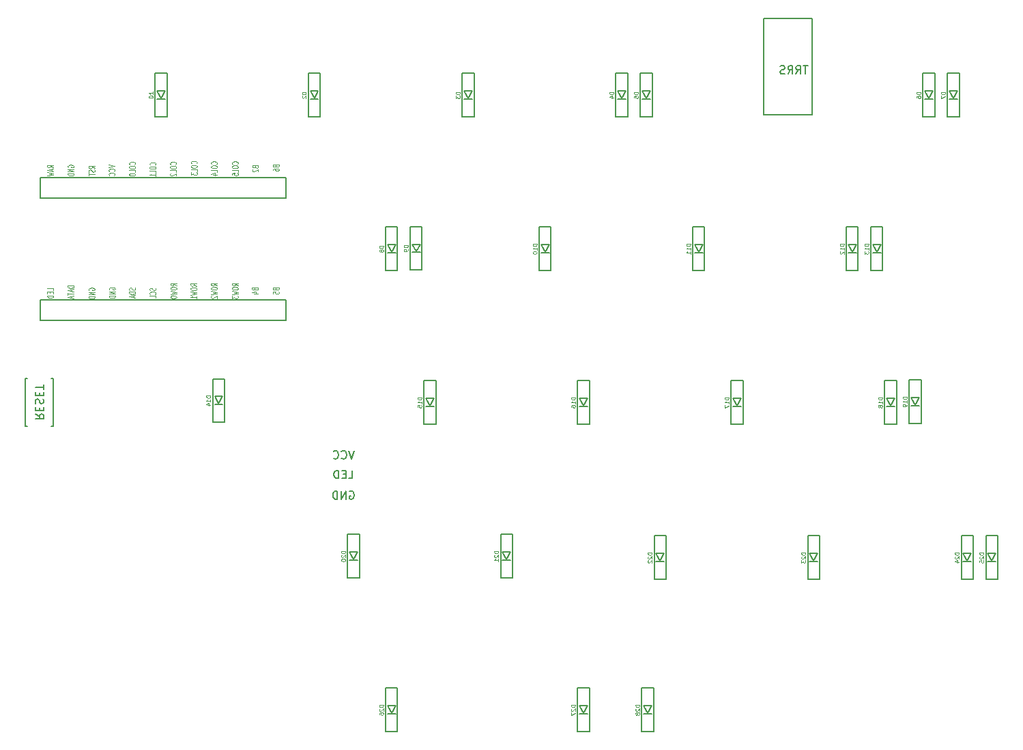
<source format=gbo>
G04 #@! TF.GenerationSoftware,KiCad,Pcbnew,(5.1.5-0-10_14)*
G04 #@! TF.CreationDate,2020-08-12T23:03:47+09:00*
G04 #@! TF.ProjectId,iroha60-left,69726f68-6136-4302-9d6c-6566742e6b69,rev?*
G04 #@! TF.SameCoordinates,Original*
G04 #@! TF.FileFunction,Legend,Bot*
G04 #@! TF.FilePolarity,Positive*
%FSLAX46Y46*%
G04 Gerber Fmt 4.6, Leading zero omitted, Abs format (unit mm)*
G04 Created by KiCad (PCBNEW (5.1.5-0-10_14)) date 2020-08-12 23:03:47*
%MOMM*%
%LPD*%
G04 APERTURE LIST*
%ADD10C,0.150000*%
%ADD11C,0.125000*%
G04 APERTURE END LIST*
D10*
X37960000Y-25240000D02*
X36460000Y-25240000D01*
X37960000Y-30640000D02*
X37960000Y-25240000D01*
X36460000Y-30640000D02*
X37960000Y-30640000D01*
X36460000Y-25240000D02*
X36460000Y-30640000D01*
X36710000Y-28440000D02*
X37710000Y-28440000D01*
X37710000Y-27440000D02*
X37210000Y-28340000D01*
X36710000Y-27440000D02*
X37710000Y-27440000D01*
X37210000Y-28340000D02*
X36710000Y-27440000D01*
X56960000Y-25240000D02*
X55460000Y-25240000D01*
X56960000Y-30640000D02*
X56960000Y-25240000D01*
X55460000Y-30640000D02*
X56960000Y-30640000D01*
X55460000Y-25240000D02*
X55460000Y-30640000D01*
X55710000Y-28440000D02*
X56710000Y-28440000D01*
X56710000Y-27440000D02*
X56210000Y-28340000D01*
X55710000Y-27440000D02*
X56710000Y-27440000D01*
X56210000Y-28340000D02*
X55710000Y-27440000D01*
X76060000Y-25240000D02*
X74560000Y-25240000D01*
X76060000Y-30640000D02*
X76060000Y-25240000D01*
X74560000Y-30640000D02*
X76060000Y-30640000D01*
X74560000Y-25240000D02*
X74560000Y-30640000D01*
X74810000Y-28440000D02*
X75810000Y-28440000D01*
X75810000Y-27440000D02*
X75310000Y-28340000D01*
X74810000Y-27440000D02*
X75810000Y-27440000D01*
X75310000Y-28340000D02*
X74810000Y-27440000D01*
X95110000Y-25240000D02*
X93610000Y-25240000D01*
X95110000Y-30640000D02*
X95110000Y-25240000D01*
X93610000Y-30640000D02*
X95110000Y-30640000D01*
X93610000Y-25240000D02*
X93610000Y-30640000D01*
X93860000Y-28440000D02*
X94860000Y-28440000D01*
X94860000Y-27440000D02*
X94360000Y-28340000D01*
X93860000Y-27440000D02*
X94860000Y-27440000D01*
X94360000Y-28340000D02*
X93860000Y-27440000D01*
X98160000Y-25240000D02*
X96660000Y-25240000D01*
X98160000Y-30640000D02*
X98160000Y-25240000D01*
X96660000Y-30640000D02*
X98160000Y-30640000D01*
X96660000Y-25240000D02*
X96660000Y-30640000D01*
X96910000Y-28440000D02*
X97910000Y-28440000D01*
X97910000Y-27440000D02*
X97410000Y-28340000D01*
X96910000Y-27440000D02*
X97910000Y-27440000D01*
X97410000Y-28340000D02*
X96910000Y-27440000D01*
X133210000Y-25240000D02*
X131710000Y-25240000D01*
X133210000Y-30640000D02*
X133210000Y-25240000D01*
X131710000Y-30640000D02*
X133210000Y-30640000D01*
X131710000Y-25240000D02*
X131710000Y-30640000D01*
X131960000Y-28440000D02*
X132960000Y-28440000D01*
X132960000Y-27440000D02*
X132460000Y-28340000D01*
X131960000Y-27440000D02*
X132960000Y-27440000D01*
X132460000Y-28340000D02*
X131960000Y-27440000D01*
X136260000Y-25240000D02*
X134760000Y-25240000D01*
X136260000Y-30640000D02*
X136260000Y-25240000D01*
X134760000Y-30640000D02*
X136260000Y-30640000D01*
X134760000Y-25240000D02*
X134760000Y-30640000D01*
X135010000Y-28440000D02*
X136010000Y-28440000D01*
X136010000Y-27440000D02*
X135510000Y-28340000D01*
X135010000Y-27440000D02*
X136010000Y-27440000D01*
X135510000Y-28340000D02*
X135010000Y-27440000D01*
X65785000Y-47390000D02*
X65285000Y-46490000D01*
X65285000Y-46490000D02*
X66285000Y-46490000D01*
X66285000Y-46490000D02*
X65785000Y-47390000D01*
X65285000Y-47490000D02*
X66285000Y-47490000D01*
X65035000Y-44290000D02*
X65035000Y-49690000D01*
X65035000Y-49690000D02*
X66535000Y-49690000D01*
X66535000Y-49690000D02*
X66535000Y-44290000D01*
X66535000Y-44290000D02*
X65035000Y-44290000D01*
X68835000Y-47340000D02*
X68335000Y-46440000D01*
X68335000Y-46440000D02*
X69335000Y-46440000D01*
X69335000Y-46440000D02*
X68835000Y-47340000D01*
X68335000Y-47440000D02*
X69335000Y-47440000D01*
X68085000Y-44240000D02*
X68085000Y-49640000D01*
X68085000Y-49640000D02*
X69585000Y-49640000D01*
X69585000Y-49640000D02*
X69585000Y-44240000D01*
X69585000Y-44240000D02*
X68085000Y-44240000D01*
X84835000Y-47390000D02*
X84335000Y-46490000D01*
X84335000Y-46490000D02*
X85335000Y-46490000D01*
X85335000Y-46490000D02*
X84835000Y-47390000D01*
X84335000Y-47490000D02*
X85335000Y-47490000D01*
X84085000Y-44290000D02*
X84085000Y-49690000D01*
X84085000Y-49690000D02*
X85585000Y-49690000D01*
X85585000Y-49690000D02*
X85585000Y-44290000D01*
X85585000Y-44290000D02*
X84085000Y-44290000D01*
X103885000Y-47390000D02*
X103385000Y-46490000D01*
X103385000Y-46490000D02*
X104385000Y-46490000D01*
X104385000Y-46490000D02*
X103885000Y-47390000D01*
X103385000Y-47490000D02*
X104385000Y-47490000D01*
X103135000Y-44290000D02*
X103135000Y-49690000D01*
X103135000Y-49690000D02*
X104635000Y-49690000D01*
X104635000Y-49690000D02*
X104635000Y-44290000D01*
X104635000Y-44290000D02*
X103135000Y-44290000D01*
X122935000Y-47390000D02*
X122435000Y-46490000D01*
X122435000Y-46490000D02*
X123435000Y-46490000D01*
X123435000Y-46490000D02*
X122935000Y-47390000D01*
X122435000Y-47490000D02*
X123435000Y-47490000D01*
X122185000Y-44290000D02*
X122185000Y-49690000D01*
X122185000Y-49690000D02*
X123685000Y-49690000D01*
X123685000Y-49690000D02*
X123685000Y-44290000D01*
X123685000Y-44290000D02*
X122185000Y-44290000D01*
X125985000Y-47390000D02*
X125485000Y-46490000D01*
X125485000Y-46490000D02*
X126485000Y-46490000D01*
X126485000Y-46490000D02*
X125985000Y-47390000D01*
X125485000Y-47490000D02*
X126485000Y-47490000D01*
X125235000Y-44290000D02*
X125235000Y-49690000D01*
X125235000Y-49690000D02*
X126735000Y-49690000D01*
X126735000Y-49690000D02*
X126735000Y-44290000D01*
X126735000Y-44290000D02*
X125235000Y-44290000D01*
X45103750Y-63115000D02*
X43603750Y-63115000D01*
X45103750Y-68515000D02*
X45103750Y-63115000D01*
X43603750Y-68515000D02*
X45103750Y-68515000D01*
X43603750Y-63115000D02*
X43603750Y-68515000D01*
X43853750Y-66315000D02*
X44853750Y-66315000D01*
X44853750Y-65315000D02*
X44353750Y-66215000D01*
X43853750Y-65315000D02*
X44853750Y-65315000D01*
X44353750Y-66215000D02*
X43853750Y-65315000D01*
X71297500Y-63340000D02*
X69797500Y-63340000D01*
X71297500Y-68740000D02*
X71297500Y-63340000D01*
X69797500Y-68740000D02*
X71297500Y-68740000D01*
X69797500Y-63340000D02*
X69797500Y-68740000D01*
X70047500Y-66540000D02*
X71047500Y-66540000D01*
X71047500Y-65540000D02*
X70547500Y-66440000D01*
X70047500Y-65540000D02*
X71047500Y-65540000D01*
X70547500Y-66440000D02*
X70047500Y-65540000D01*
X89597500Y-66440000D02*
X89097500Y-65540000D01*
X89097500Y-65540000D02*
X90097500Y-65540000D01*
X90097500Y-65540000D02*
X89597500Y-66440000D01*
X89097500Y-66540000D02*
X90097500Y-66540000D01*
X88847500Y-63340000D02*
X88847500Y-68740000D01*
X88847500Y-68740000D02*
X90347500Y-68740000D01*
X90347500Y-68740000D02*
X90347500Y-63340000D01*
X90347500Y-63340000D02*
X88847500Y-63340000D01*
X109397500Y-63340000D02*
X107897500Y-63340000D01*
X109397500Y-68740000D02*
X109397500Y-63340000D01*
X107897500Y-68740000D02*
X109397500Y-68740000D01*
X107897500Y-63340000D02*
X107897500Y-68740000D01*
X108147500Y-66540000D02*
X109147500Y-66540000D01*
X109147500Y-65540000D02*
X108647500Y-66440000D01*
X108147500Y-65540000D02*
X109147500Y-65540000D01*
X108647500Y-66440000D02*
X108147500Y-65540000D01*
X128447500Y-63340000D02*
X126947500Y-63340000D01*
X128447500Y-68740000D02*
X128447500Y-63340000D01*
X126947500Y-68740000D02*
X128447500Y-68740000D01*
X126947500Y-63340000D02*
X126947500Y-68740000D01*
X127197500Y-66540000D02*
X128197500Y-66540000D01*
X128197500Y-65540000D02*
X127697500Y-66440000D01*
X127197500Y-65540000D02*
X128197500Y-65540000D01*
X127697500Y-66440000D02*
X127197500Y-65540000D01*
X131497500Y-63240000D02*
X129997500Y-63240000D01*
X131497500Y-68640000D02*
X131497500Y-63240000D01*
X129997500Y-68640000D02*
X131497500Y-68640000D01*
X129997500Y-63240000D02*
X129997500Y-68640000D01*
X130247500Y-66440000D02*
X131247500Y-66440000D01*
X131247500Y-65440000D02*
X130747500Y-66340000D01*
X130247500Y-65440000D02*
X131247500Y-65440000D01*
X130747500Y-66340000D02*
X130247500Y-65440000D01*
X61822500Y-82390000D02*
X60322500Y-82390000D01*
X61822500Y-87790000D02*
X61822500Y-82390000D01*
X60322500Y-87790000D02*
X61822500Y-87790000D01*
X60322500Y-82390000D02*
X60322500Y-87790000D01*
X60572500Y-85590000D02*
X61572500Y-85590000D01*
X61572500Y-84590000D02*
X61072500Y-85490000D01*
X60572500Y-84590000D02*
X61572500Y-84590000D01*
X61072500Y-85490000D02*
X60572500Y-84590000D01*
X80822500Y-82390000D02*
X79322500Y-82390000D01*
X80822500Y-87790000D02*
X80822500Y-82390000D01*
X79322500Y-87790000D02*
X80822500Y-87790000D01*
X79322500Y-82390000D02*
X79322500Y-87790000D01*
X79572500Y-85590000D02*
X80572500Y-85590000D01*
X80572500Y-84590000D02*
X80072500Y-85490000D01*
X79572500Y-84590000D02*
X80572500Y-84590000D01*
X80072500Y-85490000D02*
X79572500Y-84590000D01*
X99122500Y-85680000D02*
X98622500Y-84780000D01*
X98622500Y-84780000D02*
X99622500Y-84780000D01*
X99622500Y-84780000D02*
X99122500Y-85680000D01*
X98622500Y-85780000D02*
X99622500Y-85780000D01*
X98372500Y-82580000D02*
X98372500Y-87980000D01*
X98372500Y-87980000D02*
X99872500Y-87980000D01*
X99872500Y-87980000D02*
X99872500Y-82580000D01*
X99872500Y-82580000D02*
X98372500Y-82580000D01*
X118172500Y-85680000D02*
X117672500Y-84780000D01*
X117672500Y-84780000D02*
X118672500Y-84780000D01*
X118672500Y-84780000D02*
X118172500Y-85680000D01*
X117672500Y-85780000D02*
X118672500Y-85780000D01*
X117422500Y-82580000D02*
X117422500Y-87980000D01*
X117422500Y-87980000D02*
X118922500Y-87980000D01*
X118922500Y-87980000D02*
X118922500Y-82580000D01*
X118922500Y-82580000D02*
X117422500Y-82580000D01*
X137222500Y-85680000D02*
X136722500Y-84780000D01*
X136722500Y-84780000D02*
X137722500Y-84780000D01*
X137722500Y-84780000D02*
X137222500Y-85680000D01*
X136722500Y-85780000D02*
X137722500Y-85780000D01*
X136472500Y-82580000D02*
X136472500Y-87980000D01*
X136472500Y-87980000D02*
X137972500Y-87980000D01*
X137972500Y-87980000D02*
X137972500Y-82580000D01*
X137972500Y-82580000D02*
X136472500Y-82580000D01*
X140272500Y-85680000D02*
X139772500Y-84780000D01*
X139772500Y-84780000D02*
X140772500Y-84780000D01*
X140772500Y-84780000D02*
X140272500Y-85680000D01*
X139772500Y-85780000D02*
X140772500Y-85780000D01*
X139522500Y-82580000D02*
X139522500Y-87980000D01*
X139522500Y-87980000D02*
X141022500Y-87980000D01*
X141022500Y-87980000D02*
X141022500Y-82580000D01*
X141022500Y-82580000D02*
X139522500Y-82580000D01*
X65785000Y-104540000D02*
X65285000Y-103640000D01*
X65285000Y-103640000D02*
X66285000Y-103640000D01*
X66285000Y-103640000D02*
X65785000Y-104540000D01*
X65285000Y-104640000D02*
X66285000Y-104640000D01*
X65035000Y-101440000D02*
X65035000Y-106840000D01*
X65035000Y-106840000D02*
X66535000Y-106840000D01*
X66535000Y-106840000D02*
X66535000Y-101440000D01*
X66535000Y-101440000D02*
X65035000Y-101440000D01*
X89597500Y-104540000D02*
X89097500Y-103640000D01*
X89097500Y-103640000D02*
X90097500Y-103640000D01*
X90097500Y-103640000D02*
X89597500Y-104540000D01*
X89097500Y-104640000D02*
X90097500Y-104640000D01*
X88847500Y-101440000D02*
X88847500Y-106840000D01*
X88847500Y-106840000D02*
X90347500Y-106840000D01*
X90347500Y-106840000D02*
X90347500Y-101440000D01*
X90347500Y-101440000D02*
X88847500Y-101440000D01*
X97597500Y-104540000D02*
X97097500Y-103640000D01*
X97097500Y-103640000D02*
X98097500Y-103640000D01*
X98097500Y-103640000D02*
X97597500Y-104540000D01*
X97097500Y-104640000D02*
X98097500Y-104640000D01*
X96847500Y-101440000D02*
X96847500Y-106840000D01*
X96847500Y-106840000D02*
X98347500Y-106840000D01*
X98347500Y-106840000D02*
X98347500Y-101440000D01*
X98347500Y-101440000D02*
X96847500Y-101440000D01*
X117935000Y-30415000D02*
X117935000Y-18415000D01*
X111935000Y-30415000D02*
X117935000Y-30415000D01*
X111935000Y-18415000D02*
X111935000Y-30415000D01*
X117935000Y-18415000D02*
X111935000Y-18415000D01*
X20316250Y-69040000D02*
X20316250Y-63040000D01*
X20316250Y-63040000D02*
X20566250Y-63040000D01*
X20316250Y-69040000D02*
X20566250Y-69040000D01*
X23816250Y-69040000D02*
X23566250Y-69040000D01*
X23816250Y-69040000D02*
X23816250Y-63040000D01*
X23816250Y-63040000D02*
X23566250Y-63040000D01*
X52704500Y-53376400D02*
X22224500Y-53376400D01*
X52704500Y-55916400D02*
X52704500Y-53376400D01*
X22224500Y-55916400D02*
X52704500Y-55916400D01*
X22224500Y-53376400D02*
X22224500Y-55916400D01*
X52704500Y-38156400D02*
X22224500Y-38156400D01*
X52704500Y-40696400D02*
X52704500Y-38156400D01*
X22224500Y-40696400D02*
X52704500Y-40696400D01*
X22224500Y-38156400D02*
X22224500Y-40696400D01*
D11*
X36186190Y-28309047D02*
X35686190Y-28309047D01*
X35686190Y-28190000D01*
X35710000Y-28118571D01*
X35757619Y-28070952D01*
X35805238Y-28047142D01*
X35900476Y-28023333D01*
X35971904Y-28023333D01*
X36067142Y-28047142D01*
X36114761Y-28070952D01*
X36162380Y-28118571D01*
X36186190Y-28190000D01*
X36186190Y-28309047D01*
X36186190Y-27547142D02*
X36186190Y-27832857D01*
X36186190Y-27690000D02*
X35686190Y-27690000D01*
X35757619Y-27737619D01*
X35805238Y-27785238D01*
X35829047Y-27832857D01*
X55186190Y-27570952D02*
X54686190Y-27570952D01*
X54686190Y-27690000D01*
X54710000Y-27761428D01*
X54757619Y-27809047D01*
X54805238Y-27832857D01*
X54900476Y-27856666D01*
X54971904Y-27856666D01*
X55067142Y-27832857D01*
X55114761Y-27809047D01*
X55162380Y-27761428D01*
X55186190Y-27690000D01*
X55186190Y-27570952D01*
X54733809Y-28047142D02*
X54710000Y-28070952D01*
X54686190Y-28118571D01*
X54686190Y-28237619D01*
X54710000Y-28285238D01*
X54733809Y-28309047D01*
X54781428Y-28332857D01*
X54829047Y-28332857D01*
X54900476Y-28309047D01*
X55186190Y-28023333D01*
X55186190Y-28332857D01*
X74286190Y-27570952D02*
X73786190Y-27570952D01*
X73786190Y-27690000D01*
X73810000Y-27761428D01*
X73857619Y-27809047D01*
X73905238Y-27832857D01*
X74000476Y-27856666D01*
X74071904Y-27856666D01*
X74167142Y-27832857D01*
X74214761Y-27809047D01*
X74262380Y-27761428D01*
X74286190Y-27690000D01*
X74286190Y-27570952D01*
X73786190Y-28023333D02*
X73786190Y-28332857D01*
X73976666Y-28166190D01*
X73976666Y-28237619D01*
X74000476Y-28285238D01*
X74024285Y-28309047D01*
X74071904Y-28332857D01*
X74190952Y-28332857D01*
X74238571Y-28309047D01*
X74262380Y-28285238D01*
X74286190Y-28237619D01*
X74286190Y-28094761D01*
X74262380Y-28047142D01*
X74238571Y-28023333D01*
X93336190Y-27570952D02*
X92836190Y-27570952D01*
X92836190Y-27690000D01*
X92860000Y-27761428D01*
X92907619Y-27809047D01*
X92955238Y-27832857D01*
X93050476Y-27856666D01*
X93121904Y-27856666D01*
X93217142Y-27832857D01*
X93264761Y-27809047D01*
X93312380Y-27761428D01*
X93336190Y-27690000D01*
X93336190Y-27570952D01*
X93002857Y-28285238D02*
X93336190Y-28285238D01*
X92812380Y-28166190D02*
X93169523Y-28047142D01*
X93169523Y-28356666D01*
X96386190Y-27570952D02*
X95886190Y-27570952D01*
X95886190Y-27690000D01*
X95910000Y-27761428D01*
X95957619Y-27809047D01*
X96005238Y-27832857D01*
X96100476Y-27856666D01*
X96171904Y-27856666D01*
X96267142Y-27832857D01*
X96314761Y-27809047D01*
X96362380Y-27761428D01*
X96386190Y-27690000D01*
X96386190Y-27570952D01*
X95886190Y-28309047D02*
X95886190Y-28070952D01*
X96124285Y-28047142D01*
X96100476Y-28070952D01*
X96076666Y-28118571D01*
X96076666Y-28237619D01*
X96100476Y-28285238D01*
X96124285Y-28309047D01*
X96171904Y-28332857D01*
X96290952Y-28332857D01*
X96338571Y-28309047D01*
X96362380Y-28285238D01*
X96386190Y-28237619D01*
X96386190Y-28118571D01*
X96362380Y-28070952D01*
X96338571Y-28047142D01*
X131436190Y-27570952D02*
X130936190Y-27570952D01*
X130936190Y-27690000D01*
X130960000Y-27761428D01*
X131007619Y-27809047D01*
X131055238Y-27832857D01*
X131150476Y-27856666D01*
X131221904Y-27856666D01*
X131317142Y-27832857D01*
X131364761Y-27809047D01*
X131412380Y-27761428D01*
X131436190Y-27690000D01*
X131436190Y-27570952D01*
X130936190Y-28285238D02*
X130936190Y-28190000D01*
X130960000Y-28142380D01*
X130983809Y-28118571D01*
X131055238Y-28070952D01*
X131150476Y-28047142D01*
X131340952Y-28047142D01*
X131388571Y-28070952D01*
X131412380Y-28094761D01*
X131436190Y-28142380D01*
X131436190Y-28237619D01*
X131412380Y-28285238D01*
X131388571Y-28309047D01*
X131340952Y-28332857D01*
X131221904Y-28332857D01*
X131174285Y-28309047D01*
X131150476Y-28285238D01*
X131126666Y-28237619D01*
X131126666Y-28142380D01*
X131150476Y-28094761D01*
X131174285Y-28070952D01*
X131221904Y-28047142D01*
X134486190Y-27570952D02*
X133986190Y-27570952D01*
X133986190Y-27690000D01*
X134010000Y-27761428D01*
X134057619Y-27809047D01*
X134105238Y-27832857D01*
X134200476Y-27856666D01*
X134271904Y-27856666D01*
X134367142Y-27832857D01*
X134414761Y-27809047D01*
X134462380Y-27761428D01*
X134486190Y-27690000D01*
X134486190Y-27570952D01*
X133986190Y-28023333D02*
X133986190Y-28356666D01*
X134486190Y-28142380D01*
X64761190Y-46620952D02*
X64261190Y-46620952D01*
X64261190Y-46740000D01*
X64285000Y-46811428D01*
X64332619Y-46859047D01*
X64380238Y-46882857D01*
X64475476Y-46906666D01*
X64546904Y-46906666D01*
X64642142Y-46882857D01*
X64689761Y-46859047D01*
X64737380Y-46811428D01*
X64761190Y-46740000D01*
X64761190Y-46620952D01*
X64475476Y-47192380D02*
X64451666Y-47144761D01*
X64427857Y-47120952D01*
X64380238Y-47097142D01*
X64356428Y-47097142D01*
X64308809Y-47120952D01*
X64285000Y-47144761D01*
X64261190Y-47192380D01*
X64261190Y-47287619D01*
X64285000Y-47335238D01*
X64308809Y-47359047D01*
X64356428Y-47382857D01*
X64380238Y-47382857D01*
X64427857Y-47359047D01*
X64451666Y-47335238D01*
X64475476Y-47287619D01*
X64475476Y-47192380D01*
X64499285Y-47144761D01*
X64523095Y-47120952D01*
X64570714Y-47097142D01*
X64665952Y-47097142D01*
X64713571Y-47120952D01*
X64737380Y-47144761D01*
X64761190Y-47192380D01*
X64761190Y-47287619D01*
X64737380Y-47335238D01*
X64713571Y-47359047D01*
X64665952Y-47382857D01*
X64570714Y-47382857D01*
X64523095Y-47359047D01*
X64499285Y-47335238D01*
X64475476Y-47287619D01*
X67811190Y-46570952D02*
X67311190Y-46570952D01*
X67311190Y-46690000D01*
X67335000Y-46761428D01*
X67382619Y-46809047D01*
X67430238Y-46832857D01*
X67525476Y-46856666D01*
X67596904Y-46856666D01*
X67692142Y-46832857D01*
X67739761Y-46809047D01*
X67787380Y-46761428D01*
X67811190Y-46690000D01*
X67811190Y-46570952D01*
X67811190Y-47094761D02*
X67811190Y-47190000D01*
X67787380Y-47237619D01*
X67763571Y-47261428D01*
X67692142Y-47309047D01*
X67596904Y-47332857D01*
X67406428Y-47332857D01*
X67358809Y-47309047D01*
X67335000Y-47285238D01*
X67311190Y-47237619D01*
X67311190Y-47142380D01*
X67335000Y-47094761D01*
X67358809Y-47070952D01*
X67406428Y-47047142D01*
X67525476Y-47047142D01*
X67573095Y-47070952D01*
X67596904Y-47094761D01*
X67620714Y-47142380D01*
X67620714Y-47237619D01*
X67596904Y-47285238D01*
X67573095Y-47309047D01*
X67525476Y-47332857D01*
X83811190Y-46382857D02*
X83311190Y-46382857D01*
X83311190Y-46501904D01*
X83335000Y-46573333D01*
X83382619Y-46620952D01*
X83430238Y-46644761D01*
X83525476Y-46668571D01*
X83596904Y-46668571D01*
X83692142Y-46644761D01*
X83739761Y-46620952D01*
X83787380Y-46573333D01*
X83811190Y-46501904D01*
X83811190Y-46382857D01*
X83811190Y-47144761D02*
X83811190Y-46859047D01*
X83811190Y-47001904D02*
X83311190Y-47001904D01*
X83382619Y-46954285D01*
X83430238Y-46906666D01*
X83454047Y-46859047D01*
X83311190Y-47454285D02*
X83311190Y-47501904D01*
X83335000Y-47549523D01*
X83358809Y-47573333D01*
X83406428Y-47597142D01*
X83501666Y-47620952D01*
X83620714Y-47620952D01*
X83715952Y-47597142D01*
X83763571Y-47573333D01*
X83787380Y-47549523D01*
X83811190Y-47501904D01*
X83811190Y-47454285D01*
X83787380Y-47406666D01*
X83763571Y-47382857D01*
X83715952Y-47359047D01*
X83620714Y-47335238D01*
X83501666Y-47335238D01*
X83406428Y-47359047D01*
X83358809Y-47382857D01*
X83335000Y-47406666D01*
X83311190Y-47454285D01*
X102861190Y-46382857D02*
X102361190Y-46382857D01*
X102361190Y-46501904D01*
X102385000Y-46573333D01*
X102432619Y-46620952D01*
X102480238Y-46644761D01*
X102575476Y-46668571D01*
X102646904Y-46668571D01*
X102742142Y-46644761D01*
X102789761Y-46620952D01*
X102837380Y-46573333D01*
X102861190Y-46501904D01*
X102861190Y-46382857D01*
X102861190Y-47144761D02*
X102861190Y-46859047D01*
X102861190Y-47001904D02*
X102361190Y-47001904D01*
X102432619Y-46954285D01*
X102480238Y-46906666D01*
X102504047Y-46859047D01*
X102861190Y-47620952D02*
X102861190Y-47335238D01*
X102861190Y-47478095D02*
X102361190Y-47478095D01*
X102432619Y-47430476D01*
X102480238Y-47382857D01*
X102504047Y-47335238D01*
X121911190Y-46382857D02*
X121411190Y-46382857D01*
X121411190Y-46501904D01*
X121435000Y-46573333D01*
X121482619Y-46620952D01*
X121530238Y-46644761D01*
X121625476Y-46668571D01*
X121696904Y-46668571D01*
X121792142Y-46644761D01*
X121839761Y-46620952D01*
X121887380Y-46573333D01*
X121911190Y-46501904D01*
X121911190Y-46382857D01*
X121911190Y-47144761D02*
X121911190Y-46859047D01*
X121911190Y-47001904D02*
X121411190Y-47001904D01*
X121482619Y-46954285D01*
X121530238Y-46906666D01*
X121554047Y-46859047D01*
X121458809Y-47335238D02*
X121435000Y-47359047D01*
X121411190Y-47406666D01*
X121411190Y-47525714D01*
X121435000Y-47573333D01*
X121458809Y-47597142D01*
X121506428Y-47620952D01*
X121554047Y-47620952D01*
X121625476Y-47597142D01*
X121911190Y-47311428D01*
X121911190Y-47620952D01*
X124961190Y-46382857D02*
X124461190Y-46382857D01*
X124461190Y-46501904D01*
X124485000Y-46573333D01*
X124532619Y-46620952D01*
X124580238Y-46644761D01*
X124675476Y-46668571D01*
X124746904Y-46668571D01*
X124842142Y-46644761D01*
X124889761Y-46620952D01*
X124937380Y-46573333D01*
X124961190Y-46501904D01*
X124961190Y-46382857D01*
X124961190Y-47144761D02*
X124961190Y-46859047D01*
X124961190Y-47001904D02*
X124461190Y-47001904D01*
X124532619Y-46954285D01*
X124580238Y-46906666D01*
X124604047Y-46859047D01*
X124461190Y-47311428D02*
X124461190Y-47620952D01*
X124651666Y-47454285D01*
X124651666Y-47525714D01*
X124675476Y-47573333D01*
X124699285Y-47597142D01*
X124746904Y-47620952D01*
X124865952Y-47620952D01*
X124913571Y-47597142D01*
X124937380Y-47573333D01*
X124961190Y-47525714D01*
X124961190Y-47382857D01*
X124937380Y-47335238D01*
X124913571Y-47311428D01*
X43329940Y-65207857D02*
X42829940Y-65207857D01*
X42829940Y-65326904D01*
X42853750Y-65398333D01*
X42901369Y-65445952D01*
X42948988Y-65469761D01*
X43044226Y-65493571D01*
X43115654Y-65493571D01*
X43210892Y-65469761D01*
X43258511Y-65445952D01*
X43306130Y-65398333D01*
X43329940Y-65326904D01*
X43329940Y-65207857D01*
X43329940Y-65969761D02*
X43329940Y-65684047D01*
X43329940Y-65826904D02*
X42829940Y-65826904D01*
X42901369Y-65779285D01*
X42948988Y-65731666D01*
X42972797Y-65684047D01*
X42996607Y-66398333D02*
X43329940Y-66398333D01*
X42806130Y-66279285D02*
X43163273Y-66160238D01*
X43163273Y-66469761D01*
X69523690Y-65432857D02*
X69023690Y-65432857D01*
X69023690Y-65551904D01*
X69047500Y-65623333D01*
X69095119Y-65670952D01*
X69142738Y-65694761D01*
X69237976Y-65718571D01*
X69309404Y-65718571D01*
X69404642Y-65694761D01*
X69452261Y-65670952D01*
X69499880Y-65623333D01*
X69523690Y-65551904D01*
X69523690Y-65432857D01*
X69523690Y-66194761D02*
X69523690Y-65909047D01*
X69523690Y-66051904D02*
X69023690Y-66051904D01*
X69095119Y-66004285D01*
X69142738Y-65956666D01*
X69166547Y-65909047D01*
X69023690Y-66647142D02*
X69023690Y-66409047D01*
X69261785Y-66385238D01*
X69237976Y-66409047D01*
X69214166Y-66456666D01*
X69214166Y-66575714D01*
X69237976Y-66623333D01*
X69261785Y-66647142D01*
X69309404Y-66670952D01*
X69428452Y-66670952D01*
X69476071Y-66647142D01*
X69499880Y-66623333D01*
X69523690Y-66575714D01*
X69523690Y-66456666D01*
X69499880Y-66409047D01*
X69476071Y-66385238D01*
X88573690Y-65432857D02*
X88073690Y-65432857D01*
X88073690Y-65551904D01*
X88097500Y-65623333D01*
X88145119Y-65670952D01*
X88192738Y-65694761D01*
X88287976Y-65718571D01*
X88359404Y-65718571D01*
X88454642Y-65694761D01*
X88502261Y-65670952D01*
X88549880Y-65623333D01*
X88573690Y-65551904D01*
X88573690Y-65432857D01*
X88573690Y-66194761D02*
X88573690Y-65909047D01*
X88573690Y-66051904D02*
X88073690Y-66051904D01*
X88145119Y-66004285D01*
X88192738Y-65956666D01*
X88216547Y-65909047D01*
X88073690Y-66623333D02*
X88073690Y-66528095D01*
X88097500Y-66480476D01*
X88121309Y-66456666D01*
X88192738Y-66409047D01*
X88287976Y-66385238D01*
X88478452Y-66385238D01*
X88526071Y-66409047D01*
X88549880Y-66432857D01*
X88573690Y-66480476D01*
X88573690Y-66575714D01*
X88549880Y-66623333D01*
X88526071Y-66647142D01*
X88478452Y-66670952D01*
X88359404Y-66670952D01*
X88311785Y-66647142D01*
X88287976Y-66623333D01*
X88264166Y-66575714D01*
X88264166Y-66480476D01*
X88287976Y-66432857D01*
X88311785Y-66409047D01*
X88359404Y-66385238D01*
X107623690Y-65432857D02*
X107123690Y-65432857D01*
X107123690Y-65551904D01*
X107147500Y-65623333D01*
X107195119Y-65670952D01*
X107242738Y-65694761D01*
X107337976Y-65718571D01*
X107409404Y-65718571D01*
X107504642Y-65694761D01*
X107552261Y-65670952D01*
X107599880Y-65623333D01*
X107623690Y-65551904D01*
X107623690Y-65432857D01*
X107623690Y-66194761D02*
X107623690Y-65909047D01*
X107623690Y-66051904D02*
X107123690Y-66051904D01*
X107195119Y-66004285D01*
X107242738Y-65956666D01*
X107266547Y-65909047D01*
X107123690Y-66361428D02*
X107123690Y-66694761D01*
X107623690Y-66480476D01*
X126673690Y-65432857D02*
X126173690Y-65432857D01*
X126173690Y-65551904D01*
X126197500Y-65623333D01*
X126245119Y-65670952D01*
X126292738Y-65694761D01*
X126387976Y-65718571D01*
X126459404Y-65718571D01*
X126554642Y-65694761D01*
X126602261Y-65670952D01*
X126649880Y-65623333D01*
X126673690Y-65551904D01*
X126673690Y-65432857D01*
X126673690Y-66194761D02*
X126673690Y-65909047D01*
X126673690Y-66051904D02*
X126173690Y-66051904D01*
X126245119Y-66004285D01*
X126292738Y-65956666D01*
X126316547Y-65909047D01*
X126387976Y-66480476D02*
X126364166Y-66432857D01*
X126340357Y-66409047D01*
X126292738Y-66385238D01*
X126268928Y-66385238D01*
X126221309Y-66409047D01*
X126197500Y-66432857D01*
X126173690Y-66480476D01*
X126173690Y-66575714D01*
X126197500Y-66623333D01*
X126221309Y-66647142D01*
X126268928Y-66670952D01*
X126292738Y-66670952D01*
X126340357Y-66647142D01*
X126364166Y-66623333D01*
X126387976Y-66575714D01*
X126387976Y-66480476D01*
X126411785Y-66432857D01*
X126435595Y-66409047D01*
X126483214Y-66385238D01*
X126578452Y-66385238D01*
X126626071Y-66409047D01*
X126649880Y-66432857D01*
X126673690Y-66480476D01*
X126673690Y-66575714D01*
X126649880Y-66623333D01*
X126626071Y-66647142D01*
X126578452Y-66670952D01*
X126483214Y-66670952D01*
X126435595Y-66647142D01*
X126411785Y-66623333D01*
X126387976Y-66575714D01*
X129723690Y-65332857D02*
X129223690Y-65332857D01*
X129223690Y-65451904D01*
X129247500Y-65523333D01*
X129295119Y-65570952D01*
X129342738Y-65594761D01*
X129437976Y-65618571D01*
X129509404Y-65618571D01*
X129604642Y-65594761D01*
X129652261Y-65570952D01*
X129699880Y-65523333D01*
X129723690Y-65451904D01*
X129723690Y-65332857D01*
X129723690Y-66094761D02*
X129723690Y-65809047D01*
X129723690Y-65951904D02*
X129223690Y-65951904D01*
X129295119Y-65904285D01*
X129342738Y-65856666D01*
X129366547Y-65809047D01*
X129723690Y-66332857D02*
X129723690Y-66428095D01*
X129699880Y-66475714D01*
X129676071Y-66499523D01*
X129604642Y-66547142D01*
X129509404Y-66570952D01*
X129318928Y-66570952D01*
X129271309Y-66547142D01*
X129247500Y-66523333D01*
X129223690Y-66475714D01*
X129223690Y-66380476D01*
X129247500Y-66332857D01*
X129271309Y-66309047D01*
X129318928Y-66285238D01*
X129437976Y-66285238D01*
X129485595Y-66309047D01*
X129509404Y-66332857D01*
X129533214Y-66380476D01*
X129533214Y-66475714D01*
X129509404Y-66523333D01*
X129485595Y-66547142D01*
X129437976Y-66570952D01*
X60048690Y-84482857D02*
X59548690Y-84482857D01*
X59548690Y-84601904D01*
X59572500Y-84673333D01*
X59620119Y-84720952D01*
X59667738Y-84744761D01*
X59762976Y-84768571D01*
X59834404Y-84768571D01*
X59929642Y-84744761D01*
X59977261Y-84720952D01*
X60024880Y-84673333D01*
X60048690Y-84601904D01*
X60048690Y-84482857D01*
X59596309Y-84959047D02*
X59572500Y-84982857D01*
X59548690Y-85030476D01*
X59548690Y-85149523D01*
X59572500Y-85197142D01*
X59596309Y-85220952D01*
X59643928Y-85244761D01*
X59691547Y-85244761D01*
X59762976Y-85220952D01*
X60048690Y-84935238D01*
X60048690Y-85244761D01*
X59548690Y-85554285D02*
X59548690Y-85601904D01*
X59572500Y-85649523D01*
X59596309Y-85673333D01*
X59643928Y-85697142D01*
X59739166Y-85720952D01*
X59858214Y-85720952D01*
X59953452Y-85697142D01*
X60001071Y-85673333D01*
X60024880Y-85649523D01*
X60048690Y-85601904D01*
X60048690Y-85554285D01*
X60024880Y-85506666D01*
X60001071Y-85482857D01*
X59953452Y-85459047D01*
X59858214Y-85435238D01*
X59739166Y-85435238D01*
X59643928Y-85459047D01*
X59596309Y-85482857D01*
X59572500Y-85506666D01*
X59548690Y-85554285D01*
X79048690Y-84482857D02*
X78548690Y-84482857D01*
X78548690Y-84601904D01*
X78572500Y-84673333D01*
X78620119Y-84720952D01*
X78667738Y-84744761D01*
X78762976Y-84768571D01*
X78834404Y-84768571D01*
X78929642Y-84744761D01*
X78977261Y-84720952D01*
X79024880Y-84673333D01*
X79048690Y-84601904D01*
X79048690Y-84482857D01*
X78596309Y-84959047D02*
X78572500Y-84982857D01*
X78548690Y-85030476D01*
X78548690Y-85149523D01*
X78572500Y-85197142D01*
X78596309Y-85220952D01*
X78643928Y-85244761D01*
X78691547Y-85244761D01*
X78762976Y-85220952D01*
X79048690Y-84935238D01*
X79048690Y-85244761D01*
X79048690Y-85720952D02*
X79048690Y-85435238D01*
X79048690Y-85578095D02*
X78548690Y-85578095D01*
X78620119Y-85530476D01*
X78667738Y-85482857D01*
X78691547Y-85435238D01*
X98098690Y-84672857D02*
X97598690Y-84672857D01*
X97598690Y-84791904D01*
X97622500Y-84863333D01*
X97670119Y-84910952D01*
X97717738Y-84934761D01*
X97812976Y-84958571D01*
X97884404Y-84958571D01*
X97979642Y-84934761D01*
X98027261Y-84910952D01*
X98074880Y-84863333D01*
X98098690Y-84791904D01*
X98098690Y-84672857D01*
X97646309Y-85149047D02*
X97622500Y-85172857D01*
X97598690Y-85220476D01*
X97598690Y-85339523D01*
X97622500Y-85387142D01*
X97646309Y-85410952D01*
X97693928Y-85434761D01*
X97741547Y-85434761D01*
X97812976Y-85410952D01*
X98098690Y-85125238D01*
X98098690Y-85434761D01*
X97646309Y-85625238D02*
X97622500Y-85649047D01*
X97598690Y-85696666D01*
X97598690Y-85815714D01*
X97622500Y-85863333D01*
X97646309Y-85887142D01*
X97693928Y-85910952D01*
X97741547Y-85910952D01*
X97812976Y-85887142D01*
X98098690Y-85601428D01*
X98098690Y-85910952D01*
X117148690Y-84672857D02*
X116648690Y-84672857D01*
X116648690Y-84791904D01*
X116672500Y-84863333D01*
X116720119Y-84910952D01*
X116767738Y-84934761D01*
X116862976Y-84958571D01*
X116934404Y-84958571D01*
X117029642Y-84934761D01*
X117077261Y-84910952D01*
X117124880Y-84863333D01*
X117148690Y-84791904D01*
X117148690Y-84672857D01*
X116696309Y-85149047D02*
X116672500Y-85172857D01*
X116648690Y-85220476D01*
X116648690Y-85339523D01*
X116672500Y-85387142D01*
X116696309Y-85410952D01*
X116743928Y-85434761D01*
X116791547Y-85434761D01*
X116862976Y-85410952D01*
X117148690Y-85125238D01*
X117148690Y-85434761D01*
X116648690Y-85601428D02*
X116648690Y-85910952D01*
X116839166Y-85744285D01*
X116839166Y-85815714D01*
X116862976Y-85863333D01*
X116886785Y-85887142D01*
X116934404Y-85910952D01*
X117053452Y-85910952D01*
X117101071Y-85887142D01*
X117124880Y-85863333D01*
X117148690Y-85815714D01*
X117148690Y-85672857D01*
X117124880Y-85625238D01*
X117101071Y-85601428D01*
X136198690Y-84672857D02*
X135698690Y-84672857D01*
X135698690Y-84791904D01*
X135722500Y-84863333D01*
X135770119Y-84910952D01*
X135817738Y-84934761D01*
X135912976Y-84958571D01*
X135984404Y-84958571D01*
X136079642Y-84934761D01*
X136127261Y-84910952D01*
X136174880Y-84863333D01*
X136198690Y-84791904D01*
X136198690Y-84672857D01*
X135746309Y-85149047D02*
X135722500Y-85172857D01*
X135698690Y-85220476D01*
X135698690Y-85339523D01*
X135722500Y-85387142D01*
X135746309Y-85410952D01*
X135793928Y-85434761D01*
X135841547Y-85434761D01*
X135912976Y-85410952D01*
X136198690Y-85125238D01*
X136198690Y-85434761D01*
X135865357Y-85863333D02*
X136198690Y-85863333D01*
X135674880Y-85744285D02*
X136032023Y-85625238D01*
X136032023Y-85934761D01*
X139248690Y-84672857D02*
X138748690Y-84672857D01*
X138748690Y-84791904D01*
X138772500Y-84863333D01*
X138820119Y-84910952D01*
X138867738Y-84934761D01*
X138962976Y-84958571D01*
X139034404Y-84958571D01*
X139129642Y-84934761D01*
X139177261Y-84910952D01*
X139224880Y-84863333D01*
X139248690Y-84791904D01*
X139248690Y-84672857D01*
X138796309Y-85149047D02*
X138772500Y-85172857D01*
X138748690Y-85220476D01*
X138748690Y-85339523D01*
X138772500Y-85387142D01*
X138796309Y-85410952D01*
X138843928Y-85434761D01*
X138891547Y-85434761D01*
X138962976Y-85410952D01*
X139248690Y-85125238D01*
X139248690Y-85434761D01*
X138748690Y-85887142D02*
X138748690Y-85649047D01*
X138986785Y-85625238D01*
X138962976Y-85649047D01*
X138939166Y-85696666D01*
X138939166Y-85815714D01*
X138962976Y-85863333D01*
X138986785Y-85887142D01*
X139034404Y-85910952D01*
X139153452Y-85910952D01*
X139201071Y-85887142D01*
X139224880Y-85863333D01*
X139248690Y-85815714D01*
X139248690Y-85696666D01*
X139224880Y-85649047D01*
X139201071Y-85625238D01*
X64761190Y-103532857D02*
X64261190Y-103532857D01*
X64261190Y-103651904D01*
X64285000Y-103723333D01*
X64332619Y-103770952D01*
X64380238Y-103794761D01*
X64475476Y-103818571D01*
X64546904Y-103818571D01*
X64642142Y-103794761D01*
X64689761Y-103770952D01*
X64737380Y-103723333D01*
X64761190Y-103651904D01*
X64761190Y-103532857D01*
X64308809Y-104009047D02*
X64285000Y-104032857D01*
X64261190Y-104080476D01*
X64261190Y-104199523D01*
X64285000Y-104247142D01*
X64308809Y-104270952D01*
X64356428Y-104294761D01*
X64404047Y-104294761D01*
X64475476Y-104270952D01*
X64761190Y-103985238D01*
X64761190Y-104294761D01*
X64261190Y-104723333D02*
X64261190Y-104628095D01*
X64285000Y-104580476D01*
X64308809Y-104556666D01*
X64380238Y-104509047D01*
X64475476Y-104485238D01*
X64665952Y-104485238D01*
X64713571Y-104509047D01*
X64737380Y-104532857D01*
X64761190Y-104580476D01*
X64761190Y-104675714D01*
X64737380Y-104723333D01*
X64713571Y-104747142D01*
X64665952Y-104770952D01*
X64546904Y-104770952D01*
X64499285Y-104747142D01*
X64475476Y-104723333D01*
X64451666Y-104675714D01*
X64451666Y-104580476D01*
X64475476Y-104532857D01*
X64499285Y-104509047D01*
X64546904Y-104485238D01*
X88573690Y-103532857D02*
X88073690Y-103532857D01*
X88073690Y-103651904D01*
X88097500Y-103723333D01*
X88145119Y-103770952D01*
X88192738Y-103794761D01*
X88287976Y-103818571D01*
X88359404Y-103818571D01*
X88454642Y-103794761D01*
X88502261Y-103770952D01*
X88549880Y-103723333D01*
X88573690Y-103651904D01*
X88573690Y-103532857D01*
X88121309Y-104009047D02*
X88097500Y-104032857D01*
X88073690Y-104080476D01*
X88073690Y-104199523D01*
X88097500Y-104247142D01*
X88121309Y-104270952D01*
X88168928Y-104294761D01*
X88216547Y-104294761D01*
X88287976Y-104270952D01*
X88573690Y-103985238D01*
X88573690Y-104294761D01*
X88073690Y-104461428D02*
X88073690Y-104794761D01*
X88573690Y-104580476D01*
X96573690Y-103532857D02*
X96073690Y-103532857D01*
X96073690Y-103651904D01*
X96097500Y-103723333D01*
X96145119Y-103770952D01*
X96192738Y-103794761D01*
X96287976Y-103818571D01*
X96359404Y-103818571D01*
X96454642Y-103794761D01*
X96502261Y-103770952D01*
X96549880Y-103723333D01*
X96573690Y-103651904D01*
X96573690Y-103532857D01*
X96121309Y-104009047D02*
X96097500Y-104032857D01*
X96073690Y-104080476D01*
X96073690Y-104199523D01*
X96097500Y-104247142D01*
X96121309Y-104270952D01*
X96168928Y-104294761D01*
X96216547Y-104294761D01*
X96287976Y-104270952D01*
X96573690Y-103985238D01*
X96573690Y-104294761D01*
X96287976Y-104580476D02*
X96264166Y-104532857D01*
X96240357Y-104509047D01*
X96192738Y-104485238D01*
X96168928Y-104485238D01*
X96121309Y-104509047D01*
X96097500Y-104532857D01*
X96073690Y-104580476D01*
X96073690Y-104675714D01*
X96097500Y-104723333D01*
X96121309Y-104747142D01*
X96168928Y-104770952D01*
X96192738Y-104770952D01*
X96240357Y-104747142D01*
X96264166Y-104723333D01*
X96287976Y-104675714D01*
X96287976Y-104580476D01*
X96311785Y-104532857D01*
X96335595Y-104509047D01*
X96383214Y-104485238D01*
X96478452Y-104485238D01*
X96526071Y-104509047D01*
X96549880Y-104532857D01*
X96573690Y-104580476D01*
X96573690Y-104675714D01*
X96549880Y-104723333D01*
X96526071Y-104747142D01*
X96478452Y-104770952D01*
X96383214Y-104770952D01*
X96335595Y-104747142D01*
X96311785Y-104723333D01*
X96287976Y-104675714D01*
D10*
X117446904Y-24317380D02*
X116875476Y-24317380D01*
X117161190Y-25317380D02*
X117161190Y-24317380D01*
X115970714Y-25317380D02*
X116304047Y-24841190D01*
X116542142Y-25317380D02*
X116542142Y-24317380D01*
X116161190Y-24317380D01*
X116065952Y-24365000D01*
X116018333Y-24412619D01*
X115970714Y-24507857D01*
X115970714Y-24650714D01*
X116018333Y-24745952D01*
X116065952Y-24793571D01*
X116161190Y-24841190D01*
X116542142Y-24841190D01*
X114970714Y-25317380D02*
X115304047Y-24841190D01*
X115542142Y-25317380D02*
X115542142Y-24317380D01*
X115161190Y-24317380D01*
X115065952Y-24365000D01*
X115018333Y-24412619D01*
X114970714Y-24507857D01*
X114970714Y-24650714D01*
X115018333Y-24745952D01*
X115065952Y-24793571D01*
X115161190Y-24841190D01*
X115542142Y-24841190D01*
X114589761Y-25269761D02*
X114446904Y-25317380D01*
X114208809Y-25317380D01*
X114113571Y-25269761D01*
X114065952Y-25222142D01*
X114018333Y-25126904D01*
X114018333Y-25031666D01*
X114065952Y-24936428D01*
X114113571Y-24888809D01*
X114208809Y-24841190D01*
X114399285Y-24793571D01*
X114494523Y-24745952D01*
X114542142Y-24698333D01*
X114589761Y-24603095D01*
X114589761Y-24507857D01*
X114542142Y-24412619D01*
X114494523Y-24365000D01*
X114399285Y-24317380D01*
X114161190Y-24317380D01*
X114018333Y-24365000D01*
X61162083Y-72032380D02*
X60828750Y-73032380D01*
X60495416Y-72032380D01*
X59590654Y-72937142D02*
X59638273Y-72984761D01*
X59781130Y-73032380D01*
X59876369Y-73032380D01*
X60019226Y-72984761D01*
X60114464Y-72889523D01*
X60162083Y-72794285D01*
X60209702Y-72603809D01*
X60209702Y-72460952D01*
X60162083Y-72270476D01*
X60114464Y-72175238D01*
X60019226Y-72080000D01*
X59876369Y-72032380D01*
X59781130Y-72032380D01*
X59638273Y-72080000D01*
X59590654Y-72127619D01*
X58590654Y-72937142D02*
X58638273Y-72984761D01*
X58781130Y-73032380D01*
X58876369Y-73032380D01*
X59019226Y-72984761D01*
X59114464Y-72889523D01*
X59162083Y-72794285D01*
X59209702Y-72603809D01*
X59209702Y-72460952D01*
X59162083Y-72270476D01*
X59114464Y-72175238D01*
X59019226Y-72080000D01*
X58876369Y-72032380D01*
X58781130Y-72032380D01*
X58638273Y-72080000D01*
X58590654Y-72127619D01*
X60471607Y-75472380D02*
X60947797Y-75472380D01*
X60947797Y-74472380D01*
X60138273Y-74948571D02*
X59804940Y-74948571D01*
X59662083Y-75472380D02*
X60138273Y-75472380D01*
X60138273Y-74472380D01*
X59662083Y-74472380D01*
X59233511Y-75472380D02*
X59233511Y-74472380D01*
X58995416Y-74472380D01*
X58852559Y-74520000D01*
X58757321Y-74615238D01*
X58709702Y-74710476D01*
X58662083Y-74900952D01*
X58662083Y-75043809D01*
X58709702Y-75234285D01*
X58757321Y-75329523D01*
X58852559Y-75424761D01*
X58995416Y-75472380D01*
X59233511Y-75472380D01*
X60590654Y-77080000D02*
X60685892Y-77032380D01*
X60828750Y-77032380D01*
X60971607Y-77080000D01*
X61066845Y-77175238D01*
X61114464Y-77270476D01*
X61162083Y-77460952D01*
X61162083Y-77603809D01*
X61114464Y-77794285D01*
X61066845Y-77889523D01*
X60971607Y-77984761D01*
X60828750Y-78032380D01*
X60733511Y-78032380D01*
X60590654Y-77984761D01*
X60543035Y-77937142D01*
X60543035Y-77603809D01*
X60733511Y-77603809D01*
X60114464Y-78032380D02*
X60114464Y-77032380D01*
X59543035Y-78032380D01*
X59543035Y-77032380D01*
X59066845Y-78032380D02*
X59066845Y-77032380D01*
X58828750Y-77032380D01*
X58685892Y-77080000D01*
X58590654Y-77175238D01*
X58543035Y-77270476D01*
X58495416Y-77460952D01*
X58495416Y-77603809D01*
X58543035Y-77794285D01*
X58590654Y-77889523D01*
X58685892Y-77984761D01*
X58828750Y-78032380D01*
X59066845Y-78032380D01*
X21613869Y-67492380D02*
X22090059Y-67825714D01*
X21613869Y-68063809D02*
X22613869Y-68063809D01*
X22613869Y-67682857D01*
X22566250Y-67587619D01*
X22518630Y-67540000D01*
X22423392Y-67492380D01*
X22280535Y-67492380D01*
X22185297Y-67540000D01*
X22137678Y-67587619D01*
X22090059Y-67682857D01*
X22090059Y-68063809D01*
X22137678Y-67063809D02*
X22137678Y-66730476D01*
X21613869Y-66587619D02*
X21613869Y-67063809D01*
X22613869Y-67063809D01*
X22613869Y-66587619D01*
X21661488Y-66206666D02*
X21613869Y-66063809D01*
X21613869Y-65825714D01*
X21661488Y-65730476D01*
X21709107Y-65682857D01*
X21804345Y-65635238D01*
X21899583Y-65635238D01*
X21994821Y-65682857D01*
X22042440Y-65730476D01*
X22090059Y-65825714D01*
X22137678Y-66016190D01*
X22185297Y-66111428D01*
X22232916Y-66159047D01*
X22328154Y-66206666D01*
X22423392Y-66206666D01*
X22518630Y-66159047D01*
X22566250Y-66111428D01*
X22613869Y-66016190D01*
X22613869Y-65778095D01*
X22566250Y-65635238D01*
X22137678Y-65206666D02*
X22137678Y-64873333D01*
X21613869Y-64730476D02*
X21613869Y-65206666D01*
X22613869Y-65206666D01*
X22613869Y-64730476D01*
X22613869Y-64444761D02*
X22613869Y-63873333D01*
X21613869Y-64159047D02*
X22613869Y-64159047D01*
D11*
X41613785Y-51609047D02*
X41256642Y-51442380D01*
X41613785Y-51323333D02*
X40863785Y-51323333D01*
X40863785Y-51513809D01*
X40899500Y-51561428D01*
X40935214Y-51585238D01*
X41006642Y-51609047D01*
X41113785Y-51609047D01*
X41185214Y-51585238D01*
X41220928Y-51561428D01*
X41256642Y-51513809D01*
X41256642Y-51323333D01*
X40863785Y-51918571D02*
X40863785Y-52013809D01*
X40899500Y-52061428D01*
X40970928Y-52109047D01*
X41113785Y-52132857D01*
X41363785Y-52132857D01*
X41506642Y-52109047D01*
X41578071Y-52061428D01*
X41613785Y-52013809D01*
X41613785Y-51918571D01*
X41578071Y-51870952D01*
X41506642Y-51823333D01*
X41363785Y-51799523D01*
X41113785Y-51799523D01*
X40970928Y-51823333D01*
X40899500Y-51870952D01*
X40863785Y-51918571D01*
X40863785Y-52299523D02*
X41613785Y-52418571D01*
X41078071Y-52513809D01*
X41613785Y-52609047D01*
X40863785Y-52728095D01*
X41613785Y-53180476D02*
X41613785Y-52894761D01*
X41613785Y-53037619D02*
X40863785Y-53037619D01*
X40970928Y-52990000D01*
X41042357Y-52942380D01*
X41078071Y-52894761D01*
X44090357Y-36492380D02*
X44126071Y-36468571D01*
X44161785Y-36397142D01*
X44161785Y-36349523D01*
X44126071Y-36278095D01*
X44054642Y-36230476D01*
X43983214Y-36206666D01*
X43840357Y-36182857D01*
X43733214Y-36182857D01*
X43590357Y-36206666D01*
X43518928Y-36230476D01*
X43447500Y-36278095D01*
X43411785Y-36349523D01*
X43411785Y-36397142D01*
X43447500Y-36468571D01*
X43483214Y-36492380D01*
X43411785Y-36801904D02*
X43411785Y-36897142D01*
X43447500Y-36944761D01*
X43518928Y-36992380D01*
X43661785Y-37016190D01*
X43911785Y-37016190D01*
X44054642Y-36992380D01*
X44126071Y-36944761D01*
X44161785Y-36897142D01*
X44161785Y-36801904D01*
X44126071Y-36754285D01*
X44054642Y-36706666D01*
X43911785Y-36682857D01*
X43661785Y-36682857D01*
X43518928Y-36706666D01*
X43447500Y-36754285D01*
X43411785Y-36801904D01*
X44161785Y-37468571D02*
X44161785Y-37230476D01*
X43411785Y-37230476D01*
X43661785Y-37849523D02*
X44161785Y-37849523D01*
X43376071Y-37730476D02*
X43911785Y-37611428D01*
X43911785Y-37920952D01*
X44161785Y-51559047D02*
X43804642Y-51392380D01*
X44161785Y-51273333D02*
X43411785Y-51273333D01*
X43411785Y-51463809D01*
X43447500Y-51511428D01*
X43483214Y-51535238D01*
X43554642Y-51559047D01*
X43661785Y-51559047D01*
X43733214Y-51535238D01*
X43768928Y-51511428D01*
X43804642Y-51463809D01*
X43804642Y-51273333D01*
X43411785Y-51868571D02*
X43411785Y-51963809D01*
X43447500Y-52011428D01*
X43518928Y-52059047D01*
X43661785Y-52082857D01*
X43911785Y-52082857D01*
X44054642Y-52059047D01*
X44126071Y-52011428D01*
X44161785Y-51963809D01*
X44161785Y-51868571D01*
X44126071Y-51820952D01*
X44054642Y-51773333D01*
X43911785Y-51749523D01*
X43661785Y-51749523D01*
X43518928Y-51773333D01*
X43447500Y-51820952D01*
X43411785Y-51868571D01*
X43411785Y-52249523D02*
X44161785Y-52368571D01*
X43626071Y-52463809D01*
X44161785Y-52559047D01*
X43411785Y-52678095D01*
X43483214Y-52844761D02*
X43447500Y-52868571D01*
X43411785Y-52916190D01*
X43411785Y-53035238D01*
X43447500Y-53082857D01*
X43483214Y-53106666D01*
X43554642Y-53130476D01*
X43626071Y-53130476D01*
X43733214Y-53106666D01*
X44161785Y-52820952D01*
X44161785Y-53130476D01*
X46685857Y-36492380D02*
X46721571Y-36468571D01*
X46757285Y-36397142D01*
X46757285Y-36349523D01*
X46721571Y-36278095D01*
X46650142Y-36230476D01*
X46578714Y-36206666D01*
X46435857Y-36182857D01*
X46328714Y-36182857D01*
X46185857Y-36206666D01*
X46114428Y-36230476D01*
X46043000Y-36278095D01*
X46007285Y-36349523D01*
X46007285Y-36397142D01*
X46043000Y-36468571D01*
X46078714Y-36492380D01*
X46007285Y-36801904D02*
X46007285Y-36897142D01*
X46043000Y-36944761D01*
X46114428Y-36992380D01*
X46257285Y-37016190D01*
X46507285Y-37016190D01*
X46650142Y-36992380D01*
X46721571Y-36944761D01*
X46757285Y-36897142D01*
X46757285Y-36801904D01*
X46721571Y-36754285D01*
X46650142Y-36706666D01*
X46507285Y-36682857D01*
X46257285Y-36682857D01*
X46114428Y-36706666D01*
X46043000Y-36754285D01*
X46007285Y-36801904D01*
X46757285Y-37468571D02*
X46757285Y-37230476D01*
X46007285Y-37230476D01*
X46007285Y-37873333D02*
X46007285Y-37635238D01*
X46364428Y-37611428D01*
X46328714Y-37635238D01*
X46293000Y-37682857D01*
X46293000Y-37801904D01*
X46328714Y-37849523D01*
X46364428Y-37873333D01*
X46435857Y-37897142D01*
X46614428Y-37897142D01*
X46685857Y-37873333D01*
X46721571Y-37849523D01*
X46757285Y-37801904D01*
X46757285Y-37682857D01*
X46721571Y-37635238D01*
X46685857Y-37611428D01*
X46757285Y-51559047D02*
X46400142Y-51392380D01*
X46757285Y-51273333D02*
X46007285Y-51273333D01*
X46007285Y-51463809D01*
X46043000Y-51511428D01*
X46078714Y-51535238D01*
X46150142Y-51559047D01*
X46257285Y-51559047D01*
X46328714Y-51535238D01*
X46364428Y-51511428D01*
X46400142Y-51463809D01*
X46400142Y-51273333D01*
X46007285Y-51868571D02*
X46007285Y-51963809D01*
X46043000Y-52011428D01*
X46114428Y-52059047D01*
X46257285Y-52082857D01*
X46507285Y-52082857D01*
X46650142Y-52059047D01*
X46721571Y-52011428D01*
X46757285Y-51963809D01*
X46757285Y-51868571D01*
X46721571Y-51820952D01*
X46650142Y-51773333D01*
X46507285Y-51749523D01*
X46257285Y-51749523D01*
X46114428Y-51773333D01*
X46043000Y-51820952D01*
X46007285Y-51868571D01*
X46007285Y-52249523D02*
X46757285Y-52368571D01*
X46221571Y-52463809D01*
X46757285Y-52559047D01*
X46007285Y-52678095D01*
X46007285Y-52820952D02*
X46007285Y-53130476D01*
X46293000Y-52963809D01*
X46293000Y-53035238D01*
X46328714Y-53082857D01*
X46364428Y-53106666D01*
X46435857Y-53130476D01*
X46614428Y-53130476D01*
X46685857Y-53106666D01*
X46721571Y-53082857D01*
X46757285Y-53035238D01*
X46757285Y-52892380D01*
X46721571Y-52844761D01*
X46685857Y-52820952D01*
X48868928Y-36837619D02*
X48904642Y-36909047D01*
X48940357Y-36932857D01*
X49011785Y-36956666D01*
X49118928Y-36956666D01*
X49190357Y-36932857D01*
X49226071Y-36909047D01*
X49261785Y-36861428D01*
X49261785Y-36670952D01*
X48511785Y-36670952D01*
X48511785Y-36837619D01*
X48547500Y-36885238D01*
X48583214Y-36909047D01*
X48654642Y-36932857D01*
X48726071Y-36932857D01*
X48797500Y-36909047D01*
X48833214Y-36885238D01*
X48868928Y-36837619D01*
X48868928Y-36670952D01*
X48583214Y-37147142D02*
X48547500Y-37170952D01*
X48511785Y-37218571D01*
X48511785Y-37337619D01*
X48547500Y-37385238D01*
X48583214Y-37409047D01*
X48654642Y-37432857D01*
X48726071Y-37432857D01*
X48833214Y-37409047D01*
X49261785Y-37123333D01*
X49261785Y-37432857D01*
X48840928Y-51987619D02*
X48876642Y-52059047D01*
X48912357Y-52082857D01*
X48983785Y-52106666D01*
X49090928Y-52106666D01*
X49162357Y-52082857D01*
X49198071Y-52059047D01*
X49233785Y-52011428D01*
X49233785Y-51820952D01*
X48483785Y-51820952D01*
X48483785Y-51987619D01*
X48519500Y-52035238D01*
X48555214Y-52059047D01*
X48626642Y-52082857D01*
X48698071Y-52082857D01*
X48769500Y-52059047D01*
X48805214Y-52035238D01*
X48840928Y-51987619D01*
X48840928Y-51820952D01*
X48733785Y-52535238D02*
X49233785Y-52535238D01*
X48448071Y-52416190D02*
X48983785Y-52297142D01*
X48983785Y-52606666D01*
X51444428Y-51987619D02*
X51480142Y-52059047D01*
X51515857Y-52082857D01*
X51587285Y-52106666D01*
X51694428Y-52106666D01*
X51765857Y-52082857D01*
X51801571Y-52059047D01*
X51837285Y-52011428D01*
X51837285Y-51820952D01*
X51087285Y-51820952D01*
X51087285Y-51987619D01*
X51123000Y-52035238D01*
X51158714Y-52059047D01*
X51230142Y-52082857D01*
X51301571Y-52082857D01*
X51373000Y-52059047D01*
X51408714Y-52035238D01*
X51444428Y-51987619D01*
X51444428Y-51820952D01*
X51087285Y-52559047D02*
X51087285Y-52320952D01*
X51444428Y-52297142D01*
X51408714Y-52320952D01*
X51373000Y-52368571D01*
X51373000Y-52487619D01*
X51408714Y-52535238D01*
X51444428Y-52559047D01*
X51515857Y-52582857D01*
X51694428Y-52582857D01*
X51765857Y-52559047D01*
X51801571Y-52535238D01*
X51837285Y-52487619D01*
X51837285Y-52368571D01*
X51801571Y-52320952D01*
X51765857Y-52297142D01*
X51418928Y-36737619D02*
X51454642Y-36809047D01*
X51490357Y-36832857D01*
X51561785Y-36856666D01*
X51668928Y-36856666D01*
X51740357Y-36832857D01*
X51776071Y-36809047D01*
X51811785Y-36761428D01*
X51811785Y-36570952D01*
X51061785Y-36570952D01*
X51061785Y-36737619D01*
X51097500Y-36785238D01*
X51133214Y-36809047D01*
X51204642Y-36832857D01*
X51276071Y-36832857D01*
X51347500Y-36809047D01*
X51383214Y-36785238D01*
X51418928Y-36737619D01*
X51418928Y-36570952D01*
X51061785Y-37285238D02*
X51061785Y-37190000D01*
X51097500Y-37142380D01*
X51133214Y-37118571D01*
X51240357Y-37070952D01*
X51383214Y-37047142D01*
X51668928Y-37047142D01*
X51740357Y-37070952D01*
X51776071Y-37094761D01*
X51811785Y-37142380D01*
X51811785Y-37237619D01*
X51776071Y-37285238D01*
X51740357Y-37309047D01*
X51668928Y-37332857D01*
X51490357Y-37332857D01*
X51418928Y-37309047D01*
X51383214Y-37285238D01*
X51347500Y-37237619D01*
X51347500Y-37142380D01*
X51383214Y-37094761D01*
X51418928Y-37070952D01*
X51490357Y-37047142D01*
X33940357Y-36542380D02*
X33976071Y-36518571D01*
X34011785Y-36447142D01*
X34011785Y-36399523D01*
X33976071Y-36328095D01*
X33904642Y-36280476D01*
X33833214Y-36256666D01*
X33690357Y-36232857D01*
X33583214Y-36232857D01*
X33440357Y-36256666D01*
X33368928Y-36280476D01*
X33297500Y-36328095D01*
X33261785Y-36399523D01*
X33261785Y-36447142D01*
X33297500Y-36518571D01*
X33333214Y-36542380D01*
X33261785Y-36851904D02*
X33261785Y-36947142D01*
X33297500Y-36994761D01*
X33368928Y-37042380D01*
X33511785Y-37066190D01*
X33761785Y-37066190D01*
X33904642Y-37042380D01*
X33976071Y-36994761D01*
X34011785Y-36947142D01*
X34011785Y-36851904D01*
X33976071Y-36804285D01*
X33904642Y-36756666D01*
X33761785Y-36732857D01*
X33511785Y-36732857D01*
X33368928Y-36756666D01*
X33297500Y-36804285D01*
X33261785Y-36851904D01*
X34011785Y-37518571D02*
X34011785Y-37280476D01*
X33261785Y-37280476D01*
X33261785Y-37780476D02*
X33261785Y-37828095D01*
X33297500Y-37875714D01*
X33333214Y-37899523D01*
X33404642Y-37923333D01*
X33547500Y-37947142D01*
X33726071Y-37947142D01*
X33868928Y-37923333D01*
X33940357Y-37899523D01*
X33976071Y-37875714D01*
X34011785Y-37828095D01*
X34011785Y-37780476D01*
X33976071Y-37732857D01*
X33940357Y-37709047D01*
X33868928Y-37685238D01*
X33726071Y-37661428D01*
X33547500Y-37661428D01*
X33404642Y-37685238D01*
X33333214Y-37709047D01*
X33297500Y-37732857D01*
X33261785Y-37780476D01*
X33958071Y-51843857D02*
X33993785Y-51915285D01*
X33993785Y-52034333D01*
X33958071Y-52081952D01*
X33922357Y-52105761D01*
X33850928Y-52129571D01*
X33779500Y-52129571D01*
X33708071Y-52105761D01*
X33672357Y-52081952D01*
X33636642Y-52034333D01*
X33600928Y-51939095D01*
X33565214Y-51891476D01*
X33529500Y-51867666D01*
X33458071Y-51843857D01*
X33386642Y-51843857D01*
X33315214Y-51867666D01*
X33279500Y-51891476D01*
X33243785Y-51939095D01*
X33243785Y-52058142D01*
X33279500Y-52129571D01*
X33993785Y-52343857D02*
X33243785Y-52343857D01*
X33243785Y-52462904D01*
X33279500Y-52534333D01*
X33350928Y-52581952D01*
X33422357Y-52605761D01*
X33565214Y-52629571D01*
X33672357Y-52629571D01*
X33815214Y-52605761D01*
X33886642Y-52581952D01*
X33958071Y-52534333D01*
X33993785Y-52462904D01*
X33993785Y-52343857D01*
X33779500Y-52820047D02*
X33779500Y-53058142D01*
X33993785Y-52772428D02*
X33243785Y-52939095D01*
X33993785Y-53105761D01*
X36462357Y-36592380D02*
X36498071Y-36568571D01*
X36533785Y-36497142D01*
X36533785Y-36449523D01*
X36498071Y-36378095D01*
X36426642Y-36330476D01*
X36355214Y-36306666D01*
X36212357Y-36282857D01*
X36105214Y-36282857D01*
X35962357Y-36306666D01*
X35890928Y-36330476D01*
X35819500Y-36378095D01*
X35783785Y-36449523D01*
X35783785Y-36497142D01*
X35819500Y-36568571D01*
X35855214Y-36592380D01*
X35783785Y-36901904D02*
X35783785Y-36997142D01*
X35819500Y-37044761D01*
X35890928Y-37092380D01*
X36033785Y-37116190D01*
X36283785Y-37116190D01*
X36426642Y-37092380D01*
X36498071Y-37044761D01*
X36533785Y-36997142D01*
X36533785Y-36901904D01*
X36498071Y-36854285D01*
X36426642Y-36806666D01*
X36283785Y-36782857D01*
X36033785Y-36782857D01*
X35890928Y-36806666D01*
X35819500Y-36854285D01*
X35783785Y-36901904D01*
X36533785Y-37568571D02*
X36533785Y-37330476D01*
X35783785Y-37330476D01*
X36533785Y-37997142D02*
X36533785Y-37711428D01*
X36533785Y-37854285D02*
X35783785Y-37854285D01*
X35890928Y-37806666D01*
X35962357Y-37759047D01*
X35998071Y-37711428D01*
X36498071Y-51855761D02*
X36533785Y-51927190D01*
X36533785Y-52046238D01*
X36498071Y-52093857D01*
X36462357Y-52117666D01*
X36390928Y-52141476D01*
X36319500Y-52141476D01*
X36248071Y-52117666D01*
X36212357Y-52093857D01*
X36176642Y-52046238D01*
X36140928Y-51951000D01*
X36105214Y-51903380D01*
X36069500Y-51879571D01*
X35998071Y-51855761D01*
X35926642Y-51855761D01*
X35855214Y-51879571D01*
X35819500Y-51903380D01*
X35783785Y-51951000D01*
X35783785Y-52070047D01*
X35819500Y-52141476D01*
X36462357Y-52641476D02*
X36498071Y-52617666D01*
X36533785Y-52546238D01*
X36533785Y-52498619D01*
X36498071Y-52427190D01*
X36426642Y-52379571D01*
X36355214Y-52355761D01*
X36212357Y-52331952D01*
X36105214Y-52331952D01*
X35962357Y-52355761D01*
X35890928Y-52379571D01*
X35819500Y-52427190D01*
X35783785Y-52498619D01*
X35783785Y-52546238D01*
X35819500Y-52617666D01*
X35855214Y-52641476D01*
X36533785Y-53093857D02*
X36533785Y-52855761D01*
X35783785Y-52855761D01*
X39002357Y-36542380D02*
X39038071Y-36518571D01*
X39073785Y-36447142D01*
X39073785Y-36399523D01*
X39038071Y-36328095D01*
X38966642Y-36280476D01*
X38895214Y-36256666D01*
X38752357Y-36232857D01*
X38645214Y-36232857D01*
X38502357Y-36256666D01*
X38430928Y-36280476D01*
X38359500Y-36328095D01*
X38323785Y-36399523D01*
X38323785Y-36447142D01*
X38359500Y-36518571D01*
X38395214Y-36542380D01*
X38323785Y-36851904D02*
X38323785Y-36947142D01*
X38359500Y-36994761D01*
X38430928Y-37042380D01*
X38573785Y-37066190D01*
X38823785Y-37066190D01*
X38966642Y-37042380D01*
X39038071Y-36994761D01*
X39073785Y-36947142D01*
X39073785Y-36851904D01*
X39038071Y-36804285D01*
X38966642Y-36756666D01*
X38823785Y-36732857D01*
X38573785Y-36732857D01*
X38430928Y-36756666D01*
X38359500Y-36804285D01*
X38323785Y-36851904D01*
X39073785Y-37518571D02*
X39073785Y-37280476D01*
X38323785Y-37280476D01*
X38395214Y-37661428D02*
X38359500Y-37685238D01*
X38323785Y-37732857D01*
X38323785Y-37851904D01*
X38359500Y-37899523D01*
X38395214Y-37923333D01*
X38466642Y-37947142D01*
X38538071Y-37947142D01*
X38645214Y-37923333D01*
X39073785Y-37637619D01*
X39073785Y-37947142D01*
X39111785Y-51559047D02*
X38754642Y-51392380D01*
X39111785Y-51273333D02*
X38361785Y-51273333D01*
X38361785Y-51463809D01*
X38397500Y-51511428D01*
X38433214Y-51535238D01*
X38504642Y-51559047D01*
X38611785Y-51559047D01*
X38683214Y-51535238D01*
X38718928Y-51511428D01*
X38754642Y-51463809D01*
X38754642Y-51273333D01*
X38361785Y-51868571D02*
X38361785Y-51963809D01*
X38397500Y-52011428D01*
X38468928Y-52059047D01*
X38611785Y-52082857D01*
X38861785Y-52082857D01*
X39004642Y-52059047D01*
X39076071Y-52011428D01*
X39111785Y-51963809D01*
X39111785Y-51868571D01*
X39076071Y-51820952D01*
X39004642Y-51773333D01*
X38861785Y-51749523D01*
X38611785Y-51749523D01*
X38468928Y-51773333D01*
X38397500Y-51820952D01*
X38361785Y-51868571D01*
X38361785Y-52249523D02*
X39111785Y-52368571D01*
X38576071Y-52463809D01*
X39111785Y-52559047D01*
X38361785Y-52678095D01*
X38361785Y-52963809D02*
X38361785Y-53011428D01*
X38397500Y-53059047D01*
X38433214Y-53082857D01*
X38504642Y-53106666D01*
X38647500Y-53130476D01*
X38826071Y-53130476D01*
X38968928Y-53106666D01*
X39040357Y-53082857D01*
X39076071Y-53059047D01*
X39111785Y-53011428D01*
X39111785Y-52963809D01*
X39076071Y-52916190D01*
X39040357Y-52892380D01*
X38968928Y-52868571D01*
X38826071Y-52844761D01*
X38647500Y-52844761D01*
X38504642Y-52868571D01*
X38433214Y-52892380D01*
X38397500Y-52916190D01*
X38361785Y-52963809D01*
X41590357Y-36442380D02*
X41626071Y-36418571D01*
X41661785Y-36347142D01*
X41661785Y-36299523D01*
X41626071Y-36228095D01*
X41554642Y-36180476D01*
X41483214Y-36156666D01*
X41340357Y-36132857D01*
X41233214Y-36132857D01*
X41090357Y-36156666D01*
X41018928Y-36180476D01*
X40947500Y-36228095D01*
X40911785Y-36299523D01*
X40911785Y-36347142D01*
X40947500Y-36418571D01*
X40983214Y-36442380D01*
X40911785Y-36751904D02*
X40911785Y-36847142D01*
X40947500Y-36894761D01*
X41018928Y-36942380D01*
X41161785Y-36966190D01*
X41411785Y-36966190D01*
X41554642Y-36942380D01*
X41626071Y-36894761D01*
X41661785Y-36847142D01*
X41661785Y-36751904D01*
X41626071Y-36704285D01*
X41554642Y-36656666D01*
X41411785Y-36632857D01*
X41161785Y-36632857D01*
X41018928Y-36656666D01*
X40947500Y-36704285D01*
X40911785Y-36751904D01*
X41661785Y-37418571D02*
X41661785Y-37180476D01*
X40911785Y-37180476D01*
X40911785Y-37537619D02*
X40911785Y-37847142D01*
X41197500Y-37680476D01*
X41197500Y-37751904D01*
X41233214Y-37799523D01*
X41268928Y-37823333D01*
X41340357Y-37847142D01*
X41518928Y-37847142D01*
X41590357Y-37823333D01*
X41626071Y-37799523D01*
X41661785Y-37751904D01*
X41661785Y-37609047D01*
X41626071Y-37561428D01*
X41590357Y-37537619D01*
X30803000Y-52070047D02*
X30767285Y-52022428D01*
X30767285Y-51951000D01*
X30803000Y-51879571D01*
X30874428Y-51831952D01*
X30945857Y-51808142D01*
X31088714Y-51784333D01*
X31195857Y-51784333D01*
X31338714Y-51808142D01*
X31410142Y-51831952D01*
X31481571Y-51879571D01*
X31517285Y-51951000D01*
X31517285Y-51998619D01*
X31481571Y-52070047D01*
X31445857Y-52093857D01*
X31195857Y-52093857D01*
X31195857Y-51998619D01*
X31517285Y-52308142D02*
X30767285Y-52308142D01*
X31517285Y-52593857D01*
X30767285Y-52593857D01*
X31517285Y-52831952D02*
X30767285Y-52831952D01*
X30767285Y-52951000D01*
X30803000Y-53022428D01*
X30874428Y-53070047D01*
X30945857Y-53093857D01*
X31088714Y-53117666D01*
X31195857Y-53117666D01*
X31338714Y-53093857D01*
X31410142Y-53070047D01*
X31481571Y-53022428D01*
X31517285Y-52951000D01*
X31517285Y-52831952D01*
X30703785Y-36607833D02*
X31453785Y-36774500D01*
X30703785Y-36941166D01*
X31382357Y-37393547D02*
X31418071Y-37369738D01*
X31453785Y-37298309D01*
X31453785Y-37250690D01*
X31418071Y-37179261D01*
X31346642Y-37131642D01*
X31275214Y-37107833D01*
X31132357Y-37084023D01*
X31025214Y-37084023D01*
X30882357Y-37107833D01*
X30810928Y-37131642D01*
X30739500Y-37179261D01*
X30703785Y-37250690D01*
X30703785Y-37298309D01*
X30739500Y-37369738D01*
X30775214Y-37393547D01*
X31382357Y-37893547D02*
X31418071Y-37869738D01*
X31453785Y-37798309D01*
X31453785Y-37750690D01*
X31418071Y-37679261D01*
X31346642Y-37631642D01*
X31275214Y-37607833D01*
X31132357Y-37584023D01*
X31025214Y-37584023D01*
X30882357Y-37607833D01*
X30810928Y-37631642D01*
X30739500Y-37679261D01*
X30703785Y-37750690D01*
X30703785Y-37798309D01*
X30739500Y-37869738D01*
X30775214Y-37893547D01*
X28263000Y-52133547D02*
X28227285Y-52085928D01*
X28227285Y-52014500D01*
X28263000Y-51943071D01*
X28334428Y-51895452D01*
X28405857Y-51871642D01*
X28548714Y-51847833D01*
X28655857Y-51847833D01*
X28798714Y-51871642D01*
X28870142Y-51895452D01*
X28941571Y-51943071D01*
X28977285Y-52014500D01*
X28977285Y-52062119D01*
X28941571Y-52133547D01*
X28905857Y-52157357D01*
X28655857Y-52157357D01*
X28655857Y-52062119D01*
X28977285Y-52371642D02*
X28227285Y-52371642D01*
X28977285Y-52657357D01*
X28227285Y-52657357D01*
X28977285Y-52895452D02*
X28227285Y-52895452D01*
X28227285Y-53014500D01*
X28263000Y-53085928D01*
X28334428Y-53133547D01*
X28405857Y-53157357D01*
X28548714Y-53181166D01*
X28655857Y-53181166D01*
X28798714Y-53157357D01*
X28870142Y-53133547D01*
X28941571Y-53085928D01*
X28977285Y-53014500D01*
X28977285Y-52895452D01*
X28977285Y-37000690D02*
X28620142Y-36834023D01*
X28977285Y-36714976D02*
X28227285Y-36714976D01*
X28227285Y-36905452D01*
X28263000Y-36953071D01*
X28298714Y-36976880D01*
X28370142Y-37000690D01*
X28477285Y-37000690D01*
X28548714Y-36976880D01*
X28584428Y-36953071D01*
X28620142Y-36905452D01*
X28620142Y-36714976D01*
X28941571Y-37191166D02*
X28977285Y-37262595D01*
X28977285Y-37381642D01*
X28941571Y-37429261D01*
X28905857Y-37453071D01*
X28834428Y-37476880D01*
X28763000Y-37476880D01*
X28691571Y-37453071D01*
X28655857Y-37429261D01*
X28620142Y-37381642D01*
X28584428Y-37286404D01*
X28548714Y-37238785D01*
X28513000Y-37214976D01*
X28441571Y-37191166D01*
X28370142Y-37191166D01*
X28298714Y-37214976D01*
X28263000Y-37238785D01*
X28227285Y-37286404D01*
X28227285Y-37405452D01*
X28263000Y-37476880D01*
X28227285Y-37619738D02*
X28227285Y-37905452D01*
X28977285Y-37762595D02*
X28227285Y-37762595D01*
X26361785Y-51590000D02*
X25611785Y-51590000D01*
X25611785Y-51709047D01*
X25647500Y-51780476D01*
X25718928Y-51828095D01*
X25790357Y-51851904D01*
X25933214Y-51875714D01*
X26040357Y-51875714D01*
X26183214Y-51851904D01*
X26254642Y-51828095D01*
X26326071Y-51780476D01*
X26361785Y-51709047D01*
X26361785Y-51590000D01*
X26147500Y-52066190D02*
X26147500Y-52304285D01*
X26361785Y-52018571D02*
X25611785Y-52185238D01*
X26361785Y-52351904D01*
X25611785Y-52447142D02*
X25611785Y-52732857D01*
X26361785Y-52590000D02*
X25611785Y-52590000D01*
X26147500Y-52875714D02*
X26147500Y-53113809D01*
X26361785Y-52828095D02*
X25611785Y-52994761D01*
X26361785Y-53161428D01*
X25659500Y-36893547D02*
X25623785Y-36845928D01*
X25623785Y-36774500D01*
X25659500Y-36703071D01*
X25730928Y-36655452D01*
X25802357Y-36631642D01*
X25945214Y-36607833D01*
X26052357Y-36607833D01*
X26195214Y-36631642D01*
X26266642Y-36655452D01*
X26338071Y-36703071D01*
X26373785Y-36774500D01*
X26373785Y-36822119D01*
X26338071Y-36893547D01*
X26302357Y-36917357D01*
X26052357Y-36917357D01*
X26052357Y-36822119D01*
X26373785Y-37131642D02*
X25623785Y-37131642D01*
X26373785Y-37417357D01*
X25623785Y-37417357D01*
X26373785Y-37655452D02*
X25623785Y-37655452D01*
X25623785Y-37774500D01*
X25659500Y-37845928D01*
X25730928Y-37893547D01*
X25802357Y-37917357D01*
X25945214Y-37941166D01*
X26052357Y-37941166D01*
X26195214Y-37917357D01*
X26266642Y-37893547D01*
X26338071Y-37845928D01*
X26373785Y-37774500D01*
X26373785Y-37655452D01*
X23833785Y-52168571D02*
X23833785Y-51930476D01*
X23083785Y-51930476D01*
X23440928Y-52335238D02*
X23440928Y-52501904D01*
X23833785Y-52573333D02*
X23833785Y-52335238D01*
X23083785Y-52335238D01*
X23083785Y-52573333D01*
X23833785Y-52787619D02*
X23083785Y-52787619D01*
X23083785Y-52906666D01*
X23119500Y-52978095D01*
X23190928Y-53025714D01*
X23262357Y-53049523D01*
X23405214Y-53073333D01*
X23512357Y-53073333D01*
X23655214Y-53049523D01*
X23726642Y-53025714D01*
X23798071Y-52978095D01*
X23833785Y-52906666D01*
X23833785Y-52787619D01*
X23833785Y-36929261D02*
X23476642Y-36762595D01*
X23833785Y-36643547D02*
X23083785Y-36643547D01*
X23083785Y-36834023D01*
X23119500Y-36881642D01*
X23155214Y-36905452D01*
X23226642Y-36929261D01*
X23333785Y-36929261D01*
X23405214Y-36905452D01*
X23440928Y-36881642D01*
X23476642Y-36834023D01*
X23476642Y-36643547D01*
X23619500Y-37119738D02*
X23619500Y-37357833D01*
X23833785Y-37072119D02*
X23083785Y-37238785D01*
X23833785Y-37405452D01*
X23083785Y-37524500D02*
X23833785Y-37643547D01*
X23298071Y-37738785D01*
X23833785Y-37834023D01*
X23083785Y-37953071D01*
D10*
M02*

</source>
